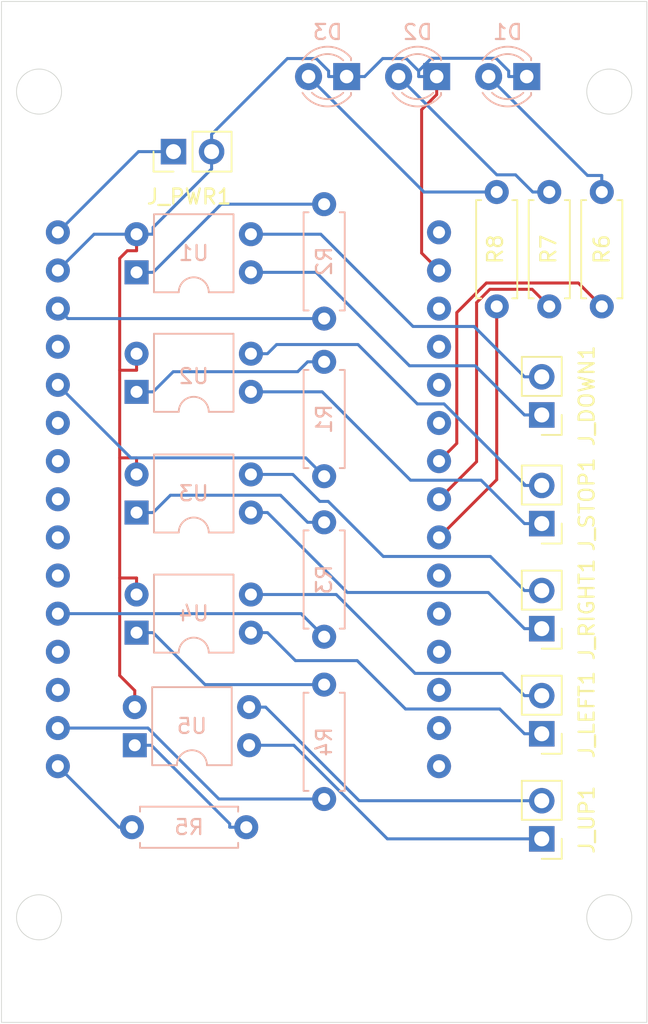
<source format=kicad_pcb>
(kicad_pcb (version 20240108) (generator "pcbnew") (generator_version "8.0")
  (layers (0 "F.Cu" signal) (31 "B.Cu" signal) (34 "B.Paste" user) (35 "F.Paste" user) (36 "B.SilkS" user "B.Silkscreen") (37 "F.SilkS" user "F.Silkscreen") (38 "B.Mask" user) (39 "F.Mask" user) (44 "Edge.Cuts" user))
  (net 0 "")
  (net 1 "Net-(D1-A)")
  (net 2 "Net-(D2-A)")
  (net 3 "Net-(D3-A)")
  (net 4 "PWR")
  (net 5 "Net-(J_DOWN1-Pin_1)")
  (net 6 "Net-(J_DOWN1-Pin_2)")
  (net 7 "Net-(J_LEFT1-Pin_1)")
  (net 8 "Net-(J_LEFT1-Pin_2)")
  (net 9 "GND")
  (net 10 "Net-(J_RIGHT1-Pin_1)")
  (net 11 "Net-(J_RIGHT1-Pin_2)")
  (net 12 "Net-(J_STOP1-Pin_1)")
  (net 13 "Net-(J_STOP1-Pin_2)")
  (net 14 "Net-(J_UP1-Pin_2)")
  (net 15 "Net-(J_UP1-Pin_1)")
  (net 16 "Net-(R1-Pad2)")
  (net 17 "BTN_STOP")
  (net 18 "BTN_DOWN")
  (net 19 "Net-(R2-Pad2)")
  (net 20 "BTN_RIGHT")
  (net 21 "Net-(R3-Pad2)")
  (net 22 "BTN_LEFT")
  (net 23 "Net-(R4-Pad2)")
  (net 24 "Net-(R5-Pad2)")
  (net 25 "BTN_UP")
  (net 26 "LED_PUBSUB")
  (net 27 "LED_WIFI")
  (net 28 "LED_LOADING")
  (footprint "Connector_PinHeader_2.54mm:PinHeader_1x02_P2.54mm_Vertical" (layer "F.Cu") (at 166.5 117.275 180)
    (property "Reference" "J_LEFT1" (at -3 1.275 90) (layer "F.SilkS"))
    (property "Value" "Conn_01x02_Socket" (hide yes))
    (fp_line (start 1.33 1.27) (end 1.33 3.87) (stroke (width 0.12)) (layer "F.SilkS"))
    (fp_line (start -1.33 3.87) (end 1.33 3.87) (stroke (width 0.12)) (layer "F.SilkS"))
    (fp_line (start -1.33 1.27) (end 1.33 1.27) (stroke (width 0.12)) (layer "F.SilkS"))
    (fp_line (start -1.33 1.27) (end -1.33 3.87) (stroke (width 0.12)) (layer "F.SilkS"))
    (fp_line (start -1.33 0) (end -1.33 -1.33) (stroke (width 0.12)) (layer "F.SilkS"))
    (fp_line (start -1.33 -1.33) (end 0 -1.33) (stroke (width 0.12)) (layer "F.SilkS"))
    (pad "1" thru_hole rect (at 0 0 180) (size 1.7 1.7) (drill 1) (layers "*.Cu" "*.Mask") (net 7 "Net-(J_LEFT1-Pin_1)"))
    (pad "2" thru_hole oval (at 0 2.54 180) (size 1.7 1.7) (drill 1) (layers "*.Cu" "*.Mask") (net 8 "Net-(J_LEFT1-Pin_2)"))
  )
  (footprint "Resistor_THT:R_Axial_DIN0207_L6.3mm_D2.5mm_P7.62mm_Horizontal" (layer "F.Cu") (at 163.5 88.81 90)
    (property "Reference" "R8" (at 3.81 -0.1 90) (layer "F.SilkS"))
    (property "Value" "320" (hide yes))
    (fp_line (start 7.08 -1.37) (end 7.08 -1.04) (stroke (width 0.12)) (layer "F.SilkS"))
    (fp_line (start 0.54 -1.37) (end 7.08 -1.37) (stroke (width 0.12)) (layer "F.SilkS"))
    (fp_line (start 0.54 -1.04) (end 0.54 -1.37) (stroke (width 0.12)) (layer "F.SilkS"))
    (fp_line (start 0.54 1.04) (end 0.54 1.37) (stroke (width 0.12)) (layer "F.SilkS"))
    (fp_line (start 7.08 1.37) (end 7.08 1.04) (stroke (width 0.12)) (layer "F.SilkS"))
    (fp_line (start 0.54 1.37) (end 7.08 1.37) (stroke (width 0.12)) (layer "F.SilkS"))
    (pad "1" thru_hole circle (at 0 0 90) (size 1.6 1.6) (drill 0.8) (layers "*.Cu" "*.Mask") (net 28 "LED_LOADING"))
    (pad "2" thru_hole oval (at 7.62 0 90) (size 1.6 1.6) (drill 0.8) (layers "*.Cu" "*.Mask") (net 3 "Net-(D3-A)"))
  )
  (footprint "Connector_PinHeader_2.54mm:PinHeader_1x02_P2.54mm_Vertical" (layer "F.Cu") (at 166.5 124.275 180)
    (property "Reference" "J_UP1" (at -3 1.275 90) (layer "F.SilkS"))
    (property "Value" "Conn_01x02_Socket" (hide yes))
    (fp_line (start 1.33 1.27) (end 1.33 3.87) (stroke (width 0.12)) (layer "F.SilkS"))
    (fp_line (start -1.33 3.87) (end 1.33 3.87) (stroke (width 0.12)) (layer "F.SilkS"))
    (fp_line (start -1.33 1.27) (end 1.33 1.27) (stroke (width 0.12)) (layer "F.SilkS"))
    (fp_line (start -1.33 1.27) (end -1.33 3.87) (stroke (width 0.12)) (layer "F.SilkS"))
    (fp_line (start -1.33 0) (end -1.33 -1.33) (stroke (width 0.12)) (layer "F.SilkS"))
    (fp_line (start -1.33 -1.33) (end 0 -1.33) (stroke (width 0.12)) (layer "F.SilkS"))
    (pad "1" thru_hole rect (at 0 0 180) (size 1.7 1.7) (drill 1) (layers "*.Cu" "*.Mask") (net 15 "Net-(J_UP1-Pin_1)"))
    (pad "2" thru_hole oval (at 0 2.54 180) (size 1.7 1.7) (drill 1) (layers "*.Cu" "*.Mask") (net 14 "Net-(J_UP1-Pin_2)"))
  )
  (footprint "Connector:ESP_32_DevKit_30" (layer "F.Cu") (at 134.255 83.875)
    (property "Reference" "ESP32_30_pins1" (hide yes))
    (property "Value" "~" (hide yes))
    (pad "3v3" thru_hole circle (at 0 0) (size 1.6 1.6) (drill 0.8) (layers "*.Cu" "*.Mask") (net 4 "PWR"))
    (pad "D2" thru_hole circle (at 0 7.62) (size 1.6 1.6) (drill 0.8) (layers "*.Cu" "*.Mask"))
    (pad "D4" thru_hole circle (at 0 10.16) (size 1.6 1.6) (drill 0.8) (layers "*.Cu" "*.Mask") (net 17 "BTN_STOP"))
    (pad "D5" thru_hole circle (at 0 17.78) (size 1.6 1.6) (drill 0.8) (layers "*.Cu" "*.Mask"))
    (pad "D12" thru_hole circle (at 25.4 7.62) (size 1.6 1.6) (drill 0.8) (layers "*.Cu" "*.Mask"))
    (pad "D13" thru_hole circle (at 25.4 5.08) (size 1.6 1.6) (drill 0.8) (layers "*.Cu" "*.Mask"))
    (pad "D14" thru_hole circle (at 25.4 10.16) (size 1.6 1.6) (drill 0.8) (layers "*.Cu" "*.Mask"))
    (pad "D15" thru_hole circle (at 0 5.08) (size 1.6 1.6) (drill 0.8) (layers "*.Cu" "*.Mask") (net 18 "BTN_DOWN"))
    (pad "D18" thru_hole circle (at 0 20.32) (size 1.6 1.6) (drill 0.8) (layers "*.Cu" "*.Mask"))
    (pad "D19" thru_hole circle (at 0 22.86) (size 1.6 1.6) (drill 0.8) (layers "*.Cu" "*.Mask"))
    (pad "D21" thru_hole circle (at 0 25.4) (size 1.6 1.6) (drill 0.8) (layers "*.Cu" "*.Mask") (net 20 "BTN_RIGHT"))
    (pad "D22" thru_hole circle (at 0 33.02) (size 1.6 1.6) (drill 0.8) (layers "*.Cu" "*.Mask") (net 22 "BTN_LEFT"))
    (pad "D23" thru_hole circle (at 0 35.56) (size 1.6 1.6) (drill 0.8) (layers "*.Cu" "*.Mask") (net 25 "BTN_UP"))
    (pad "D25" thru_hole circle (at 25.4 17.78) (size 1.6 1.6) (drill 0.8) (layers "*.Cu" "*.Mask") (net 27 "LED_WIFI"))
    (pad "D26" thru_hole circle (at 25.4 15.24) (size 1.6 1.6) (drill 0.8) (layers "*.Cu" "*.Mask") (net 26 "LED_PUBSUB"))
    (pad "D27" thru_hole circle (at 25.4 12.7) (size 1.6 1.6) (drill 0.8) (layers "*.Cu" "*.Mask"))
    (pad "D32" thru_hole circle (at 25.4 22.86) (size 1.6 1.6) (drill 0.8) (layers "*.Cu" "*.Mask"))
    (pad "D33" thru_hole circle (at 25.4 20.32) (size 1.6 1.6) (drill 0.8) (layers "*.Cu" "*.Mask") (net 28 "LED_LOADING"))
    (pad "D34" thru_hole circle (at 25.4 27.94) (size 1.6 1.6) (drill 0.8) (layers "*.Cu" "*.Mask"))
    (pad "D35" thru_hole circle (at 25.4 25.4) (size 1.6 1.6) (drill 0.8) (layers "*.Cu" "*.Mask"))
    (pad "EN" thru_hole circle (at 25.4 35.56) (size 1.6 1.6) (drill 0.8) (layers "*.Cu" "*.Mask"))
    (pad "GND" thru_hole circle (at 0 2.54) (size 1.6 1.6) (drill 0.8) (layers "*.Cu" "*.Mask") (net 9 "GND"))
    (pad "GND" thru_hole circle (at 25.4 2.54) (size 1.6 1.6) (drill 0.8) (layers "*.Cu" "*.Mask") (net 9 "GND"))
    (pad "RX0" thru_hole circle (at 0 27.94) (size 1.6 1.6) (drill 0.8) (layers "*.Cu" "*.Mask"))
    (pad "RX2" thru_hole circle (at 0 12.7) (size 1.6 1.6) (drill 0.8) (layers "*.Cu" "*.Mask"))
    (pad "TX0" thru_hole circle (at 0 30.48) (size 1.6 1.6) (drill 0.8) (layers "*.Cu" "*.Mask"))
    (pad "TX2" thru_hole circle (at 0 15.24) (size 1.6 1.6) (drill 0.8) (layers "*.Cu" "*.Mask"))
    (pad "VIN" thru_hole circle (at 25.4 0) (size 1.6 1.6) (drill 0.8) (layers "*.Cu" "*.Mask"))
    (pad "VN" thru_hole circle (at 25.4 30.48) (size 1.6 1.6) (drill 0.8) (layers "*.Cu" "*.Mask"))
    (pad "VUP" thru_hole circle (at 25.4 33.02) (size 1.6 1.6) (drill 0.8) (layers "*.Cu" "*.Mask"))
  )
  (footprint "Connector_PinHeader_2.54mm:PinHeader_1x02_P2.54mm_Vertical" (layer "F.Cu") (at 166.5 110.275 180)
    (property "Reference" "J_RIGHT1" (at -3 1.275 90) (layer "F.SilkS"))
    (property "Value" "Conn_01x02_Socket" (hide yes))
    (fp_line (start 1.33 1.27) (end 1.33 3.87) (stroke (width 0.12)) (layer "F.SilkS"))
    (fp_line (start -1.33 3.87) (end 1.33 3.87) (stroke (width 0.12)) (layer "F.SilkS"))
    (fp_line (start -1.33 1.27) (end 1.33 1.27) (stroke (width 0.12)) (layer "F.SilkS"))
    (fp_line (start -1.33 1.27) (end -1.33 3.87) (stroke (width 0.12)) (layer "F.SilkS"))
    (fp_line (start -1.33 0) (end -1.33 -1.33) (stroke (width 0.12)) (layer "F.SilkS"))
    (fp_line (start -1.33 -1.33) (end 0 -1.33) (stroke (width 0.12)) (layer "F.SilkS"))
    (pad "1" thru_hole rect (at 0 0 180) (size 1.7 1.7) (drill 1) (layers "*.Cu" "*.Mask") (net 10 "Net-(J_RIGHT1-Pin_1)"))
    (pad "2" thru_hole oval (at 0 2.54 180) (size 1.7 1.7) (drill 1) (layers "*.Cu" "*.Mask") (net 11 "Net-(J_RIGHT1-Pin_2)"))
  )
  (footprint "Connector_PinHeader_2.54mm:PinHeader_1x02_P2.54mm_Vertical" (layer "F.Cu") (at 166.5 96.04 180)
    (property "Reference" "J_DOWN1" (at -3 1.275 90) (layer "F.SilkS"))
    (property "Value" "Conn_01x02_Socket" (hide yes))
    (fp_line (start 1.33 1.27) (end 1.33 3.87) (stroke (width 0.12)) (layer "F.SilkS"))
    (fp_line (start -1.33 3.87) (end 1.33 3.87) (stroke (width 0.12)) (layer "F.SilkS"))
    (fp_line (start -1.33 1.27) (end 1.33 1.27) (stroke (width 0.12)) (layer "F.SilkS"))
    (fp_line (start -1.33 1.27) (end -1.33 3.87) (stroke (width 0.12)) (layer "F.SilkS"))
    (fp_line (start -1.33 0) (end -1.33 -1.33) (stroke (width 0.12)) (layer "F.SilkS"))
    (fp_line (start -1.33 -1.33) (end 0 -1.33) (stroke (width 0.12)) (layer "F.SilkS"))
    (pad "1" thru_hole rect (at 0 0 180) (size 1.7 1.7) (drill 1) (layers "*.Cu" "*.Mask") (net 5 "Net-(J_DOWN1-Pin_1)"))
    (pad "2" thru_hole oval (at 0 2.54 180) (size 1.7 1.7) (drill 1) (layers "*.Cu" "*.Mask") (net 6 "Net-(J_DOWN1-Pin_2)"))
  )
  (footprint "Connector_PinHeader_2.54mm:PinHeader_1x02_P2.54mm_Vertical" (layer "F.Cu") (at 141.96 78.5 90)
    (property "Reference" "J_PWR1" (at -3 1.04 180) (layer "F.SilkS"))
    (property "Value" "Conn_01x02_Socket" (hide yes))
    (fp_line (start -1.33 -1.33) (end 0 -1.33) (stroke (width 0.12)) (layer "F.SilkS"))
    (fp_line (start -1.33 0) (end -1.33 -1.33) (stroke (width 0.12)) (layer "F.SilkS"))
    (fp_line (start 1.33 1.27) (end 1.33 3.87) (stroke (width 0.12)) (layer "F.SilkS"))
    (fp_line (start -1.33 1.27) (end 1.33 1.27) (stroke (width 0.12)) (layer "F.SilkS"))
    (fp_line (start -1.33 1.27) (end -1.33 3.87) (stroke (width 0.12)) (layer "F.SilkS"))
    (fp_line (start -1.33 3.87) (end 1.33 3.87) (stroke (width 0.12)) (layer "F.SilkS"))
    (pad "1" thru_hole rect (at 0 0 90) (size 1.7 1.7) (drill 1) (layers "*.Cu" "*.Mask") (net 4 "PWR"))
    (pad "2" thru_hole oval (at 0 2.54 90) (size 1.7 1.7) (drill 1) (layers "*.Cu" "*.Mask") (net 9 "GND"))
  )
  (footprint "Resistor_THT:R_Axial_DIN0207_L6.3mm_D2.5mm_P7.62mm_Horizontal" (layer "F.Cu") (at 170.5 88.81 90)
    (property "Reference" "R6" (at 3.81 0 90) (layer "F.SilkS"))
    (property "Value" "320" (hide yes))
    (fp_line (start 7.08 -1.37) (end 7.08 -1.04) (stroke (width 0.12)) (layer "F.SilkS"))
    (fp_line (start 0.54 -1.37) (end 7.08 -1.37) (stroke (width 0.12)) (layer "F.SilkS"))
    (fp_line (start 0.54 -1.04) (end 0.54 -1.37) (stroke (width 0.12)) (layer "F.SilkS"))
    (fp_line (start 0.54 1.04) (end 0.54 1.37) (stroke (width 0.12)) (layer "F.SilkS"))
    (fp_line (start 7.08 1.37) (end 7.08 1.04) (stroke (width 0.12)) (layer "F.SilkS"))
    (fp_line (start 0.54 1.37) (end 7.08 1.37) (stroke (width 0.12)) (layer "F.SilkS"))
    (pad "1" thru_hole circle (at 0 0 90) (size 1.6 1.6) (drill 0.8) (layers "*.Cu" "*.Mask") (net 26 "LED_PUBSUB"))
    (pad "2" thru_hole oval (at 7.62 0 90) (size 1.6 1.6) (drill 0.8) (layers "*.Cu" "*.Mask") (net 1 "Net-(D1-A)"))
  )
  (footprint "Connector_PinHeader_2.54mm:PinHeader_1x02_P2.54mm_Vertical" (layer "F.Cu") (at 166.5 103.275 180)
    (property "Reference" "J_STOP1" (at -3 1.275 90) (layer "F.SilkS"))
    (property "Value" "Conn_01x02_Socket" (hide yes))
    (fp_line (start 1.33 1.27) (end 1.33 3.87) (stroke (width 0.12)) (layer "F.SilkS"))
    (fp_line (start -1.33 3.87) (end 1.33 3.87) (stroke (width 0.12)) (layer "F.SilkS"))
    (fp_line (start -1.33 1.27) (end 1.33 1.27) (stroke (width 0.12)) (layer "F.SilkS"))
    (fp_line (start -1.33 1.27) (end -1.33 3.87) (stroke (width 0.12)) (layer "F.SilkS"))
    (fp_line (start -1.33 0) (end -1.33 -1.33) (stroke (width 0.12)) (layer "F.SilkS"))
    (fp_line (start -1.33 -1.33) (end 0 -1.33) (stroke (width 0.12)) (layer "F.SilkS"))
    (pad "1" thru_hole rect (at 0 0 180) (size 1.7 1.7) (drill 1) (layers "*.Cu" "*.Mask") (net 12 "Net-(J_STOP1-Pin_1)"))
    (pad "2" thru_hole oval (at 0 2.54 180) (size 1.7 1.7) (drill 1) (layers "*.Cu" "*.Mask") (net 13 "Net-(J_STOP1-Pin_2)"))
  )
  (footprint "Resistor_THT:R_Axial_DIN0207_L6.3mm_D2.5mm_P7.62mm_Horizontal" (layer "F.Cu") (at 167 88.81 90)
    (property "Reference" "R7" (at 3.81 -0.05 90) (layer "F.SilkS"))
    (property "Value" "320" (hide yes))
    (fp_line (start 7.08 -1.37) (end 7.08 -1.04) (stroke (width 0.12)) (layer "F.SilkS"))
    (fp_line (start 0.54 -1.37) (end 7.08 -1.37) (stroke (width 0.12)) (layer "F.SilkS"))
    (fp_line (start 0.54 -1.04) (end 0.54 -1.37) (stroke (width 0.12)) (layer "F.SilkS"))
    (fp_line (start 0.54 1.04) (end 0.54 1.37) (stroke (width 0.12)) (layer "F.SilkS"))
    (fp_line (start 7.08 1.37) (end 7.08 1.04) (stroke (width 0.12)) (layer "F.SilkS"))
    (fp_line (start 0.54 1.37) (end 7.08 1.37) (stroke (width 0.12)) (layer "F.SilkS"))
    (pad "1" thru_hole circle (at 0 0 90) (size 1.6 1.6) (drill 0.8) (layers "*.Cu" "*.Mask") (net 27 "LED_WIFI"))
    (pad "2" thru_hole oval (at 7.62 0 90) (size 1.6 1.6) (drill 0.8) (layers "*.Cu" "*.Mask") (net 2 "Net-(D2-A)"))
  )
  (footprint "Resistor_THT:R_Axial_DIN0207_L6.3mm_D2.5mm_P7.62mm_Horizontal" (layer "B.Cu") (at 139.19 123.5)
    (property "Reference" "R5" (at 3.81 0 0) (layer "B.SilkS") (effects (justify mirror)))
    (property "Value" "1K")
    (fp_line (start 0.54 -1.37) (end 0.54 -1.04) (stroke (width 0.12)) (layer "B.SilkS"))
    (fp_line (start 0.54 1.37) (end 0.54 1.04) (stroke (width 0.12)) (layer "B.SilkS"))
    (fp_line (start 7.08 -1.37) (end 0.54 -1.37) (stroke (width 0.12)) (layer "B.SilkS"))
    (fp_line (start 7.08 -1.04) (end 7.08 -1.37) (stroke (width 0.12)) (layer "B.SilkS"))
    (fp_line (start 7.08 1.04) (end 7.08 1.37) (stroke (width 0.12)) (layer "B.SilkS"))
    (fp_line (start 7.08 1.37) (end 0.54 1.37) (stroke (width 0.12)) (layer "B.SilkS"))
    (pad "1" thru_hole circle (at 0 0) (size 1.6 1.6) (drill 0.8) (layers "*.Cu" "*.Mask") (net 25 "BTN_UP"))
    (pad "2" thru_hole oval (at 7.62 0) (size 1.6 1.6) (drill 0.8) (layers "*.Cu" "*.Mask") (net 24 "Net-(R5-Pad2)"))
  )
  (footprint "LED_THT:LED_D3.0mm" (layer "B.Cu") (at 165.5 73.5 180)
    (property "Reference" "D1" (at 1.27 2.96 0) (layer "B.SilkS") (effects (justify mirror)))
    (property "Value" "LED")
    (fp_line (start -0.29 1.08) (end -0.29 1.236) (stroke (width 0.12)) (layer "B.SilkS"))
    (fp_line (start -0.29 -1.236) (end -0.29 -1.08) (stroke (width 0.12)) (layer "B.SilkS"))
    (fp_arc (start 2.942335 1.078608) (mid 1.366487 1.987659) (end -0.29 1.235516) (stroke (width 0.12)) (layer "B.SilkS"))
    (fp_arc (start 2.31113 1.079837) (mid 1.270117 1.5) (end 0.229039 1.08) (stroke (width 0.12)) (layer "B.SilkS"))
    (fp_arc (start 0.229039 -1.08) (mid 1.270117 -1.5) (end 2.31113 -1.079837) (stroke (width 0.12)) (layer "B.SilkS"))
    (fp_arc (start -0.29 -1.235516) (mid 1.366487 -1.987659) (end 2.942335 -1.078608) (stroke (width 0.12)) (layer "B.SilkS"))
    (pad "1" thru_hole rect (at 0 0 180) (size 1.8 1.8) (drill 0.9) (layers "*.Cu" "*.Mask") (net 9 "GND"))
    (pad "2" thru_hole circle (at 2.54 0 180) (size 1.8 1.8) (drill 0.9) (layers "*.Cu" "*.Mask") (net 1 "Net-(D1-A)"))
  )
  (footprint "Resistor_THT:R_Axial_DIN0207_L6.3mm_D2.5mm_P7.62mm_Horizontal" (layer "B.Cu") (at 152 89.62 90)
    (property "Reference" "R2" (at 3.81 0 90) (layer "B.SilkS") (effects (justify mirror)))
    (property "Value" "1K")
    (fp_line (start 7.08 -1.37) (end 0.54 -1.37) (stroke (width 0.12)) (layer "B.SilkS"))
    (fp_line (start 0.54 -1.37) (end 0.54 -1.04) (stroke (width 0.12)) (layer "B.SilkS"))
    (fp_line (start 7.08 -1.04) (end 7.08 -1.37) (stroke (width 0.12)) (layer "B.SilkS"))
    (fp_line (start 7.08 1.04) (end 7.08 1.37) (stroke (width 0.12)) (layer "B.SilkS"))
    (fp_line (start 7.08 1.37) (end 0.54 1.37) (stroke (width 0.12)) (layer "B.SilkS"))
    (fp_line (start 0.54 1.37) (end 0.54 1.04) (stroke (width 0.12)) (layer "B.SilkS"))
    (pad "1" thru_hole circle (at 0 0 90) (size 1.6 1.6) (drill 0.8) (layers "*.Cu" "*.Mask") (net 18 "BTN_DOWN"))
    (pad "2" thru_hole oval (at 7.62 0 90) (size 1.6 1.6) (drill 0.8) (layers "*.Cu" "*.Mask") (net 19 "Net-(R2-Pad2)"))
  )
  (footprint "Resistor_THT:R_Axial_DIN0207_L6.3mm_D2.5mm_P7.62mm_Horizontal" (layer "B.Cu") (at 152 121.62 90)
    (property "Reference" "R4" (at 3.81 0 90) (layer "B.SilkS") (effects (justify mirror)))
    (property "Value" "1K")
    (fp_line (start 7.08 -1.37) (end 0.54 -1.37) (stroke (width 0.12)) (layer "B.SilkS"))
    (fp_line (start 0.54 -1.37) (end 0.54 -1.04) (stroke (width 0.12)) (layer "B.SilkS"))
    (fp_line (start 7.08 -1.04) (end 7.08 -1.37) (stroke (width 0.12)) (layer "B.SilkS"))
    (fp_line (start 7.08 1.04) (end 7.08 1.37) (stroke (width 0.12)) (layer "B.SilkS"))
    (fp_line (start 7.08 1.37) (end 0.54 1.37) (stroke (width 0.12)) (layer "B.SilkS"))
    (fp_line (start 0.54 1.37) (end 0.54 1.04) (stroke (width 0.12)) (layer "B.SilkS"))
    (pad "1" thru_hole circle (at 0 0 90) (size 1.6 1.6) (drill 0.8) (layers "*.Cu" "*.Mask") (net 22 "BTN_LEFT"))
    (pad "2" thru_hole oval (at 7.62 0 90) (size 1.6 1.6) (drill 0.8) (layers "*.Cu" "*.Mask") (net 23 "Net-(R4-Pad2)"))
  )
  (footprint "Package_DIP:DIP-4_W7.62mm" (layer "B.Cu") (at 139.38 118.04)
    (property "Reference" "U5" (at 3.81 -1.275 0) (layer "B.SilkS") (effects (justify mirror)))
    (property "Value" "PC817")
    (fp_line (start 1.16 -3.87) (end 1.16 1.33) (stroke (width 0.12)) (layer "B.SilkS"))
    (fp_line (start 1.16 1.33) (end 2.81 1.33) (stroke (width 0.12)) (layer "B.SilkS"))
    (fp_line (start 4.81 1.33) (end 6.46 1.33) (stroke (width 0.12)) (layer "B.SilkS"))
    (fp_line (start 6.46 -3.87) (end 1.16 -3.87) (stroke (width 0.12)) (layer "B.SilkS"))
    (fp_line (start 6.46 1.33) (end 6.46 -3.87) (stroke (width 0.12)) (layer "B.SilkS"))
    (fp_arc (start 2.81 1.33) (mid 3.81 0.33) (end 4.81 1.33) (stroke (width 0.12)) (layer "B.SilkS"))
    (pad "1" thru_hole rect (at 0 0) (size 1.6 1.6) (drill 0.8) (layers "*.Cu" "*.Mask") (net 24 "Net-(R5-Pad2)"))
    (pad "2" thru_hole oval (at 0 -2.54) (size 1.6 1.6) (drill 0.8) (layers "*.Cu" "*.Mask") (net 9 "GND"))
    (pad "3" thru_hole oval (at 7.62 -2.54) (size 1.6 1.6) (drill 0.8) (layers "*.Cu" "*.Mask") (net 14 "Net-(J_UP1-Pin_2)"))
    (pad "4" thru_hole oval (at 7.62 0) (size 1.6 1.6) (drill 0.8) (layers "*.Cu" "*.Mask") (net 15 "Net-(J_UP1-Pin_1)"))
  )
  (footprint "LED_THT:LED_D3.0mm" (layer "B.Cu") (at 159.5 73.5 180)
    (property "Reference" "D2" (at 1.27 2.96 0) (layer "B.SilkS") (effects (justify mirror)))
    (property "Value" "LED")
    (fp_line (start -0.29 1.08) (end -0.29 1.236) (stroke (width 0.12)) (layer "B.SilkS"))
    (fp_line (start -0.29 -1.236) (end -0.29 -1.08) (stroke (width 0.12)) (layer "B.SilkS"))
    (fp_arc (start 2.942335 1.078608) (mid 1.366487 1.987659) (end -0.29 1.235516) (stroke (width 0.12)) (layer "B.SilkS"))
    (fp_arc (start 2.31113 1.079837) (mid 1.270117 1.5) (end 0.229039 1.08) (stroke (width 0.12)) (layer "B.SilkS"))
    (fp_arc (start 0.229039 -1.08) (mid 1.270117 -1.5) (end 2.31113 -1.079837) (stroke (width 0.12)) (layer "B.SilkS"))
    (fp_arc (start -0.29 -1.235516) (mid 1.366487 -1.987659) (end 2.942335 -1.078608) (stroke (width 0.12)) (layer "B.SilkS"))
    (pad "1" thru_hole rect (at 0 0 180) (size 1.8 1.8) (drill 0.9) (layers "*.Cu" "*.Mask") (net 9 "GND"))
    (pad "2" thru_hole circle (at 2.54 0 180) (size 1.8 1.8) (drill 0.9) (layers "*.Cu" "*.Mask") (net 2 "Net-(D2-A)"))
  )
  (footprint "Package_DIP:DIP-4_W7.62mm" (layer "B.Cu") (at 139.5 94.5)
    (property "Reference" "U2" (at 3.81 -1.04 0) (layer "B.SilkS") (effects (justify mirror)))
    (property "Value" "PC817")
    (fp_line (start 1.16 -3.87) (end 1.16 1.33) (stroke (width 0.12)) (layer "B.SilkS"))
    (fp_line (start 1.16 1.33) (end 2.81 1.33) (stroke (width 0.12)) (layer "B.SilkS"))
    (fp_line (start 4.81 1.33) (end 6.46 1.33) (stroke (width 0.12)) (layer "B.SilkS"))
    (fp_line (start 6.46 -3.87) (end 1.16 -3.87) (stroke (width 0.12)) (layer "B.SilkS"))
    (fp_line (start 6.46 1.33) (end 6.46 -3.87) (stroke (width 0.12)) (layer "B.SilkS"))
    (fp_arc (start 2.81 1.33) (mid 3.81 0.33) (end 4.81 1.33) (stroke (width 0.12)) (layer "B.SilkS"))
    (pad "1" thru_hole rect (at 0 0) (size 1.6 1.6) (drill 0.8) (layers "*.Cu" "*.Mask") (net 16 "Net-(R1-Pad2)"))
    (pad "2" thru_hole oval (at 0 -2.54) (size 1.6 1.6) (drill 0.8) (layers "*.Cu" "*.Mask") (net 9 "GND"))
    (pad "3" thru_hole oval (at 7.62 -2.54) (size 1.6 1.6) (drill 0.8) (layers "*.Cu" "*.Mask") (net 13 "Net-(J_STOP1-Pin_2)"))
    (pad "4" thru_hole oval (at 7.62 0) (size 1.6 1.6) (drill 0.8) (layers "*.Cu" "*.Mask") (net 12 "Net-(J_STOP1-Pin_1)"))
  )
  (footprint "LED_THT:LED_D3.0mm" (layer "B.Cu") (at 153.5 73.5 180)
    (property "Reference" "D3" (at 1.27 2.96 0) (layer "B.SilkS") (effects (justify mirror)))
    (property "Value" "LED")
    (fp_line (start -0.29 1.08) (end -0.29 1.236) (stroke (width 0.12)) (layer "B.SilkS"))
    (fp_line (start -0.29 -1.236) (end -0.29 -1.08) (stroke (width 0.12)) (layer "B.SilkS"))
    (fp_arc (start 2.942335 1.078608) (mid 1.366487 1.987659) (end -0.29 1.235516) (stroke (width 0.12)) (layer "B.SilkS"))
    (fp_arc (start 2.31113 1.079837) (mid 1.270117 1.5) (end 0.229039 1.08) (stroke (width 0.12)) (layer "B.SilkS"))
    (fp_arc (start 0.229039 -1.08) (mid 1.270117 -1.5) (end 2.31113 -1.079837) (stroke (width 0.12)) (layer "B.SilkS"))
    (fp_arc (start -0.29 -1.235516) (mid 1.366487 -1.987659) (end 2.942335 -1.078608) (stroke (width 0.12)) (layer "B.SilkS"))
    (pad "1" thru_hole rect (at 0 0 180) (size 1.8 1.8) (drill 0.9) (layers "*.Cu" "*.Mask") (net 9 "GND"))
    (pad "2" thru_hole circle (at 2.54 0 180) (size 1.8 1.8) (drill 0.9) (layers "*.Cu" "*.Mask") (net 3 "Net-(D3-A)"))
  )
  (footprint "Package_DIP:DIP-4_W7.62mm" (layer "B.Cu") (at 139.5 110.54)
    (property "Reference" "U4" (at 3.81 -1.275 0) (layer "B.SilkS") (effects (justify mirror)))
    (property "Value" "PC817")
    (fp_line (start 1.16 -3.87) (end 1.16 1.33) (stroke (width 0.12)) (layer "B.SilkS"))
    (fp_line (start 1.16 1.33) (end 2.81 1.33) (stroke (width 0.12)) (layer "B.SilkS"))
    (fp_line (start 4.81 1.33) (end 6.46 1.33) (stroke (width 0.12)) (layer "B.SilkS"))
    (fp_line (start 6.46 -3.87) (end 1.16 -3.87) (stroke (width 0.12)) (layer "B.SilkS"))
    (fp_line (start 6.46 1.33) (end 6.46 -3.87) (stroke (width 0.12)) (layer "B.SilkS"))
    (fp_arc (start 2.81 1.33) (mid 3.81 0.33) (end 4.81 1.33) (stroke (width 0.12)) (layer "B.SilkS"))
    (pad "1" thru_hole rect (at 0 0) (size 1.6 1.6) (drill 0.8) (layers "*.Cu" "*.Mask") (net 23 "Net-(R4-Pad2)"))
    (pad "2" thru_hole oval (at 0 -2.54) (size 1.6 1.6) (drill 0.8) (layers "*.Cu" "*.Mask") (net 9 "GND"))
    (pad "3" thru_hole oval (at 7.62 -2.54) (size 1.6 1.6) (drill 0.8) (layers "*.Cu" "*.Mask") (net 8 "Net-(J_LEFT1-Pin_2)"))
    (pad "4" thru_hole oval (at 7.62 0) (size 1.6 1.6) (drill 0.8) (layers "*.Cu" "*.Mask") (net 7 "Net-(J_LEFT1-Pin_1)"))
  )
  (footprint "Resistor_THT:R_Axial_DIN0207_L6.3mm_D2.5mm_P7.62mm_Horizontal" (layer "B.Cu") (at 152 110.81 90)
    (property "Reference" "R3" (at 3.81 0 90) (layer "B.SilkS") (effects (justify mirror)))
    (property "Value" "1K")
    (fp_line (start 7.08 -1.37) (end 0.54 -1.37) (stroke (width 0.12)) (layer "B.SilkS"))
    (fp_line (start 0.54 -1.37) (end 0.54 -1.04) (stroke (width 0.12)) (layer "B.SilkS"))
    (fp_line (start 7.08 -1.04) (end 7.08 -1.37) (stroke (width 0.12)) (layer "B.SilkS"))
    (fp_line (start 7.08 1.04) (end 7.08 1.37) (stroke (width 0.12)) (layer "B.SilkS"))
    (fp_line (start 7.08 1.37) (end 0.54 1.37) (stroke (width 0.12)) (layer "B.SilkS"))
    (fp_line (start 0.54 1.37) (end 0.54 1.04) (stroke (width 0.12)) (layer "B.SilkS"))
    (pad "1" thru_hole circle (at 0 0 90) (size 1.6 1.6) (drill 0.8) (layers "*.Cu" "*.Mask") (net 20 "BTN_RIGHT"))
    (pad "2" thru_hole oval (at 7.62 0 90) (size 1.6 1.6) (drill 0.8) (layers "*.Cu" "*.Mask") (net 21 "Net-(R3-Pad2)"))
  )
  (footprint "Package_DIP:DIP-4_W7.62mm" (layer "B.Cu") (at 139.5 102.54)
    (property "Reference" "U3" (at 3.8 -1.275 0) (layer "B.SilkS") (effects (justify mirror)))
    (property "Value" "PC817")
    (fp_line (start 1.16 -3.87) (end 1.16 1.33) (stroke (width 0.12)) (layer "B.SilkS"))
    (fp_line (start 1.16 1.33) (end 2.81 1.33) (stroke (width 0.12)) (layer "B.SilkS"))
    (fp_line (start 4.81 1.33) (end 6.46 1.33) (stroke (width 0.12)) (layer "B.SilkS"))
    (fp_line (start 6.46 -3.87) (end 1.16 -3.87) (stroke (width 0.12)) (layer "B.SilkS"))
    (fp_line (start 6.46 1.33) (end 6.46 -3.87) (stroke (width 0.12)) (layer "B.SilkS"))
    (fp_arc (start 2.81 1.33) (mid 3.81 0.33) (end 4.81 1.33) (stroke (width 0.12)) (layer "B.SilkS"))
    (pad "1" thru_hole rect (at 0 0) (size 1.6 1.6) (drill 0.8) (layers "*.Cu" "*.Mask") (net 21 "Net-(R3-Pad2)"))
    (pad "2" thru_hole oval (at 0 -2.54) (size 1.6 1.6) (drill 0.8) (layers "*.Cu" "*.Mask") (net 9 "GND"))
    (pad "3" thru_hole oval (at 7.62 -2.54) (size 1.6 1.6) (drill 0.8) (layers "*.Cu" "*.Mask") (net 11 "Net-(J_RIGHT1-Pin_2)"))
    (pad "4" thru_hole oval (at 7.62 0) (size 1.6 1.6) (drill 0.8) (layers "*.Cu" "*.Mask") (net 10 "Net-(J_RIGHT1-Pin_1)"))
  )
  (footprint "Package_DIP:DIP-4_W7.62mm" (layer "B.Cu") (at 139.5 86.54)
    (property "Reference" "U1" (at 3.81 -1.275 0) (layer "B.SilkS") (effects (justify mirror)))
    (property "Value" "PC817")
    (fp_line (start 1.16 -3.87) (end 1.16 1.33) (stroke (width 0.12)) (layer "B.SilkS"))
    (fp_line (start 1.16 1.33) (end 2.81 1.33) (stroke (width 0.12)) (layer "B.SilkS"))
    (fp_line (start 4.81 1.33) (end 6.46 1.33) (stroke (width 0.12)) (layer "B.SilkS"))
    (fp_line (start 6.46 -3.87) (end 1.16 -3.87) (stroke (width 0.12)) (layer "B.SilkS"))
    (fp_line (start 6.46 1.33) (end 6.46 -3.87) (stroke (width 0.12)) (layer "B.SilkS"))
    (fp_arc (start 2.81 1.33) (mid 3.81 0.33) (end 4.81 1.33) (stroke (width 0.12)) (layer "B.SilkS"))
    (pad "1" thru_hole rect (at 0 0) (size 1.6 1.6) (drill 0.8) (layers "*.Cu" "*.Mask") (net 19 "Net-(R2-Pad2)"))
    (pad "2" thru_hole oval (at 0 -2.54) (size 1.6 1.6) (drill 0.8) (layers "*.Cu" "*.Mask") (net 9 "GND"))
    (pad "3" thru_hole oval (at 7.62 -2.54) (size 1.6 1.6) (drill 0.8) (layers "*.Cu" "*.Mask") (net 6 "Net-(J_DOWN1-Pin_2)"))
    (pad "4" thru_hole oval (at 7.62 0) (size 1.6 1.6) (drill 0.8) (layers "*.Cu" "*.Mask") (net 5 "Net-(J_DOWN1-Pin_1)"))
  )
  (footprint "Resistor_THT:R_Axial_DIN0207_L6.3mm_D2.5mm_P7.62mm_Horizontal" (layer "B.Cu") (at 152 100.12 90)
    (property "Reference" "R1" (at 3.81 0 90) (layer "B.SilkS") (effects (justify mirror)))
    (property "Value" "1K")
    (fp_line (start 7.08 -1.37) (end 0.54 -1.37) (stroke (width 0.12)) (layer "B.SilkS"))
    (fp_line (start 0.54 -1.37) (end 0.54 -1.04) (stroke (width 0.12)) (layer "B.SilkS"))
    (fp_line (start 7.08 -1.04) (end 7.08 -1.37) (stroke (width 0.12)) (layer "B.SilkS"))
    (fp_line (start 7.08 1.04) (end 7.08 1.37) (stroke (width 0.12)) (layer "B.SilkS"))
    (fp_line (start 7.08 1.37) (end 0.54 1.37) (stroke (width 0.12)) (layer "B.SilkS"))
    (fp_line (start 0.54 1.37) (end 0.54 1.04) (stroke (width 0.12)) (layer "B.SilkS"))
    (pad "1" thru_hole circle (at 0 0 90) (size 1.6 1.6) (drill 0.8) (layers "*.Cu" "*.Mask") (net 17 "BTN_STOP"))
    (pad "2" thru_hole oval (at 7.62 0 90) (size 1.6 1.6) (drill 0.8) (layers "*.Cu" "*.Mask") (net 16 "Net-(R1-Pad2)"))
  )
  (gr_circle (center 171 74.5) (end 172.5 74.5) (stroke (width 0.05)) (fill none) (layer "Edge.Cuts"))
  (gr_rect (start 130.5 68.5) (end 173.5 136.5) (stroke (width 0.05)) (fill none) (layer "Edge.Cuts"))
  (gr_circle (center 171 129.5) (end 172.5 129.5) (stroke (width 0.05)) (fill none) (layer "Edge.Cuts"))
  (gr_circle (center 133 129.5) (end 134.5 129.5) (stroke (width 0.05)) (fill none) (layer "Edge.Cuts"))
  (gr_circle (center 133 74.5) (end 134.5 74.5) (stroke (width 0.05)) (fill none) (layer "Edge.Cuts"))
  (segment (start 162.96 73.5) (end 169.5483 80.0883) (width 0.2) (layer "B.Cu") (net 1))
  (segment (start 169.5483 80.0883) (end 170.5 80.0883) (width 0.2) (layer "B.Cu") (net 1))
  (segment (start 170.5 81.19) (end 170.5 80.0883) (width 0.2) (layer "B.Cu") (net 1))
  (segment (start 164.7542 80.0459) (end 165.8983 81.19) (width 0.2) (layer "B.Cu") (net 2))
  (segment (start 167 81.19) (end 165.8983 81.19) (width 0.2) (layer "B.Cu") (net 2))
  (segment (start 163.5059 80.0459) (end 164.7542 80.0459) (width 0.2) (layer "B.Cu") (net 2))
  (segment (start 156.96 73.5) (end 163.5059 80.0459) (width 0.2) (layer "B.Cu") (net 2))
  (segment (start 158.65 81.19) (end 163.5 81.19) (width 0.2) (layer "B.Cu") (net 3))
  (segment (start 150.96 73.5) (end 158.65 81.19) (width 0.2) (layer "B.Cu") (net 3))
  (segment (start 141.96 78.5) (end 139.63 78.5) (width 0.2) (layer "B.Cu") (net 4))
  (segment (start 139.63 78.5) (end 134.255 83.875) (width 0.2) (layer "B.Cu") (net 4))
  (segment (start 162.0733 92.765) (end 165.3483 96.04) (width 0.2) (layer "B.Cu") (net 5))
  (segment (start 157.6872 92.765) (end 162.0733 92.765) (width 0.2) (layer "B.Cu") (net 5))
  (segment (start 166.5 96.04) (end 165.3483 96.04) (width 0.2) (layer "B.Cu") (net 5))
  (segment (start 151.4622 86.54) (end 157.6872 92.765) (width 0.2) (layer "B.Cu") (net 5))
  (segment (start 147.12 86.54) (end 151.4622 86.54) (width 0.2) (layer "B.Cu") (net 5))
  (segment (start 166.5 93.5) (end 165.3483 93.5) (width 0.2) (layer "B.Cu") (net 6))
  (segment (start 157.9218 90.1458) (end 161.9941 90.1458) (width 0.2) (layer "B.Cu") (net 6))
  (segment (start 147.12 84) (end 151.776 84) (width 0.2) (layer "B.Cu") (net 6))
  (segment (start 161.9941 90.1458) (end 165.3483 93.5) (width 0.2) (layer "B.Cu") (net 6))
  (segment (start 151.776 84) (end 157.9218 90.1458) (width 0.2) (layer "B.Cu") (net 6))
  (segment (start 166.5 117.275) (end 165.3483 117.275) (width 0.2) (layer "B.Cu") (net 7))
  (segment (start 165.3483 117.275) (end 163.6983 115.625) (width 0.2) (layer "B.Cu") (net 7))
  (segment (start 147.12 110.54) (end 148.2217 110.54) (width 0.2) (layer "B.Cu") (net 7))
  (segment (start 150.0852 112.4035) (end 148.2217 110.54) (width 0.2) (layer "B.Cu") (net 7))
  (segment (start 163.6983 115.625) (end 157.4216 115.625) (width 0.2) (layer "B.Cu") (net 7))
  (segment (start 157.4216 115.625) (end 154.2001 112.4035) (width 0.2) (layer "B.Cu") (net 7))
  (segment (start 154.2001 112.4035) (end 150.0852 112.4035) (width 0.2) (layer "B.Cu") (net 7))
  (segment (start 163.8666 113.2533) (end 165.3483 114.735) (width 0.2) (layer "B.Cu") (net 8))
  (segment (start 152.8044 108) (end 158.0577 113.2533) (width 0.2) (layer "B.Cu") (net 8))
  (segment (start 166.5 114.735) (end 165.3483 114.735) (width 0.2) (layer "B.Cu") (net 8))
  (segment (start 147.12 108) (end 152.8044 108) (width 0.2) (layer "B.Cu") (net 8))
  (segment (start 158.0577 113.2533) (end 163.8666 113.2533) (width 0.2) (layer "B.Cu") (net 8))
  (segment (start 138.8821 85.1017) (end 139.5 85.1017) (width 0.2) (layer "F.Cu") (net 9))
  (segment (start 139.5 91.96) (end 139.5 93.0617) (width 0.2) (layer "F.Cu") (net 9))
  (segment (start 139.5 98.8983) (end 138.3761 98.8983) (width 0.2) (layer "F.Cu") (net 9))
  (segment (start 138.3761 106.8983) (end 138.3761 113.3944) (width 0.2) (layer "F.Cu") (net 9))
  (segment (start 159.5 73.5) (end 159.5 74.7017) (width 0.2) (layer "F.Cu") (net 9))
  (segment (start 139.38 115.5) (end 139.38 114.3983) (width 0.2) (layer "F.Cu") (net 9))
  (segment (start 158.4951 85.2551) (end 158.4951 75.7066) (width 0.2) (layer "F.Cu") (net 9))
  (segment (start 138.3761 98.8983) (end 138.3761 106.8983) (width 0.2) (layer "F.Cu") (net 9))
  (segment (start 158.4951 75.7066) (end 159.5 74.7017) (width 0.2) (layer "F.Cu") (net 9))
  (segment (start 139.5 106.8983) (end 138.3761 106.8983) (width 0.2) (layer "F.Cu") (net 9))
  (segment (start 139.5 84) (end 139.5 85.1017) (width 0.2) (layer "F.Cu") (net 9))
  (segment (start 138.3761 98.8983) (end 138.3761 93.0617) (width 0.2) (layer "F.Cu") (net 9))
  (segment (start 138.3761 93.0617) (end 139.5 93.0617) (width 0.2) (layer "F.Cu") (net 9))
  (segment (start 138.3761 113.3944) (end 139.38 114.3983) (width 0.2) (layer "F.Cu") (net 9))
  (segment (start 138.3761 93.0617) (end 138.3761 85.6077) (width 0.2) (layer "F.Cu") (net 9))
  (segment (start 138.3761 85.6077) (end 138.8821 85.1017) (width 0.2) (layer "F.Cu") (net 9))
  (segment (start 139.5 100) (end 139.5 98.8983) (width 0.2) (layer "F.Cu") (net 9))
  (segment (start 159.655 86.415) (end 158.4951 85.2551) (width 0.2) (layer "F.Cu") (net 9))
  (segment (start 139.5 108) (end 139.5 106.8983) (width 0.2) (layer "F.Cu") (net 9))
  (segment (start 164.2983 73.1245) (end 163.456 72.2822) (width 0.2) (layer "B.Cu") (net 9))
  (segment (start 158.2983 73.1245) (end 157.4721 72.2983) (width 0.2) (layer "B.Cu") (net 9))
  (segment (start 153.5 73.5) (end 152.2983 73.5) (width 0.2) (layer "B.Cu") (net 9))
  (segment (start 159.5 73.5) (end 158.2983 73.5) (width 0.2) (layer "B.Cu") (net 9))
  (segment (start 144.5 79.6517) (end 140.6017 83.55) (width 0.2) (layer "B.Cu") (net 9))
  (segment (start 140.6017 83.55) (end 140.6017 84) (width 0.2) (layer "B.Cu") (net 9))
  (segment (start 164.2983 73.5) (end 164.2983 73.1245) (width 0.2) (layer "B.Cu") (net 9))
  (segment (start 144.5 78.975) (end 144.5 78.5) (width 0.2) (layer "B.Cu") (net 9))
  (segment (start 165.5 73.5) (end 164.2983 73.5) (width 0.2) (layer "B.Cu") (net 9))
  (segment (start 144.5 78.975) (end 144.5 79.6517) (width 0.2) (layer "B.Cu") (net 9))
  (segment (start 151.4722 72.2983) (end 152.2983 73.1244) (width 0.2) (layer "B.Cu") (net 9))
  (segment (start 152.2983 73.1244) (end 152.2983 73.5) (width 0.2) (layer "B.Cu") (net 9))
  (segment (start 139.5 84) (end 136.67 84) (width 0.2) (layer "B.Cu") (net 9))
  (segment (start 139.5 84) (end 140.6017 84) (width 0.2) (layer "B.Cu") (net 9))
  (segment (start 149.55 72.2983) (end 151.4722 72.2983) (width 0.2) (layer "B.Cu") (net 9))
  (segment (start 144.5 78.5) (end 144.5 77.3483) (width 0.2) (layer "B.Cu") (net 9))
  (segment (start 155.9034 72.2983) (end 154.7017 73.5) (width 0.2) (layer "B.Cu") (net 9))
  (segment (start 144.5 77.3483) (end 149.55 72.2983) (width 0.2) (layer "B.Cu") (net 9))
  (segment (start 163.456 72.2822) (end 159.1406 72.2822) (width 0.2) (layer "B.Cu") (net 9))
  (segment (start 136.67 84) (end 134.255 86.415) (width 0.2) (layer "B.Cu") (net 9))
  (segment (start 158.2983 73.5) (end 158.2983 73.1245) (width 0.2) (layer "B.Cu") (net 9))
  (segment (start 159.1406 72.2822) (end 158.2983 73.1245) (width 0.2) (layer "B.Cu") (net 9))
  (segment (start 157.4721 72.2983) (end 155.9034 72.2983) (width 0.2) (layer "B.Cu") (net 9))
  (segment (start 153.5 73.5) (end 154.7017 73.5) (width 0.2) (layer "B.Cu") (net 9))
  (segment (start 148.2217 102.54) (end 153.5451 107.8634) (width 0.2) (layer "B.Cu") (net 10))
  (segment (start 153.5451 107.8634) (end 162.9367 107.8634) (width 0.2) (layer "B.Cu") (net 10))
  (segment (start 147.12 102.54) (end 148.2217 102.54) (width 0.2) (layer "B.Cu") (net 10))
  (segment (start 162.9367 107.8634) (end 165.3483 110.275) (width 0.2) (layer "B.Cu") (net 10))
  (segment (start 166.5 110.275) (end 165.3483 110.275) (width 0.2) (layer "B.Cu") (net 10))
  (segment (start 149.9148 100) (end 147.12 100) (width 0.2) (layer "B.Cu") (net 11))
  (segment (start 165.3483 107.735) (end 163.0783 105.465) (width 0.2) (layer "B.Cu") (net 11))
  (segment (start 152.2728 101.7966) (end 151.7114 101.7966) (width 0.2) (layer "B.Cu") (net 11))
  (segment (start 155.9412 105.465) (end 152.2728 101.7966) (width 0.2) (layer "B.Cu") (net 11))
  (segment (start 151.7114 101.7966) (end 149.9148 100) (width 0.2) (layer "B.Cu") (net 11))
  (segment (start 163.0783 105.465) (end 155.9412 105.465) (width 0.2) (layer "B.Cu") (net 11))
  (segment (start 166.5 107.735) (end 165.3483 107.735) (width 0.2) (layer "B.Cu") (net 11))
  (segment (start 151.8714 94.5) (end 157.7564 100.385) (width 0.2) (layer "B.Cu") (net 12))
  (segment (start 166.5 103.275) (end 165.3483 103.275) (width 0.2) (layer "B.Cu") (net 12))
  (segment (start 147.12 94.5) (end 151.8714 94.5) (width 0.2) (layer "B.Cu") (net 12))
  (segment (start 162.4583 100.385) (end 165.3483 103.275) (width 0.2) (layer "B.Cu") (net 12))
  (segment (start 157.7564 100.385) (end 162.4583 100.385) (width 0.2) (layer "B.Cu") (net 12))
  (segment (start 147.12 91.96) (end 148.2217 91.96) (width 0.2) (layer "B.Cu") (net 13))
  (segment (start 159.9903 95.305) (end 158.2113 95.305) (width 0.2) (layer "B.Cu") (net 13))
  (segment (start 165.3483 100.663) (end 159.9903 95.305) (width 0.2) (layer "B.Cu") (net 13))
  (segment (start 148.832 91.3497) (end 148.2217 91.96) (width 0.2) (layer "B.Cu") (net 13))
  (segment (start 158.2113 95.305) (end 154.256 91.3497) (width 0.2) (layer "B.Cu") (net 13))
  (segment (start 166.5 100.735) (end 165.3483 100.735) (width 0.2) (layer "B.Cu") (net 13))
  (segment (start 165.3483 100.735) (end 165.3483 100.663) (width 0.2) (layer "B.Cu") (net 13))
  (segment (start 154.256 91.3497) (end 148.832 91.3497) (width 0.2) (layer "B.Cu") (net 13))
  (segment (start 147 115.5) (end 148.1017 115.5) (width 0.2) (layer "B.Cu") (net 14))
  (segment (start 166.5 121.735) (end 154.3367 121.735) (width 0.2) (layer "B.Cu") (net 14))
  (segment (start 154.3367 121.735) (end 148.1017 115.5) (width 0.2) (layer "B.Cu") (net 14))
  (segment (start 156.2131 124.275) (end 149.9781 118.04) (width 0.2) (layer "B.Cu") (net 15))
  (segment (start 166.5 124.275) (end 156.2131 124.275) (width 0.2) (layer "B.Cu") (net 15))
  (segment (start 149.9781 118.04) (end 147 118.04) (width 0.2) (layer "B.Cu") (net 15))
  (segment (start 152 92.5) (end 150.8983 92.5) (width 0.2) (layer "B.Cu") (net 16))
  (segment (start 150.2384 93.1599) (end 150.8983 92.5) (width 0.2) (layer "B.Cu") (net 16))
  (segment (start 140.6017 94.5) (end 141.9418 93.1599) (width 0.2) (layer "B.Cu") (net 16))
  (segment (start 141.9418 93.1599) (end 150.2384 93.1599) (width 0.2) (layer "B.Cu") (net 16))
  (segment (start 139.5 94.5) (end 140.6017 94.5) (width 0.2) (layer "B.Cu") (net 16))
  (segment (start 152 100.12) (end 150.7783 98.8983) (width 0.2) (layer "B.Cu") (net 17))
  (segment (start 139.1183 98.8983) (end 134.255 94.035) (width 0.2) (layer "B.Cu") (net 17))
  (segment (start 150.7783 98.8983) (end 139.1183 98.8983) (width 0.2) (layer "B.Cu") (net 17))
  (segment (start 152 89.62) (end 134.92 89.62) (width 0.2) (layer "B.Cu") (net 18))
  (segment (start 134.92 89.62) (end 134.255 88.955) (width 0.2) (layer "B.Cu") (net 18))
  (segment (start 145.1417 82) (end 152 82) (width 0.2) (layer "B.Cu") (net 19))
  (segment (start 139.5 86.54) (end 140.6017 86.54) (width 0.2) (layer "B.Cu") (net 19))
  (segment (start 140.6017 86.54) (end 145.1417 82) (width 0.2) (layer "B.Cu") (net 19))
  (segment (start 150.465 109.275) (end 134.255 109.275) (width 0.2) (layer "B.Cu") (net 20))
  (segment (start 152 110.81) (end 150.465 109.275) (width 0.2) (layer "B.Cu") (net 20))
  (segment (start 139.5 102.54) (end 140.6017 102.54) (width 0.2) (layer "B.Cu") (net 21))
  (segment (start 152 103.19) (end 150.8983 103.19) (width 0.2) (layer "B.Cu") (net 21))
  (segment (start 149.0935 101.3852) (end 150.8983 103.19) (width 0.2) (layer "B.Cu") (net 21))
  (segment (start 140.6017 102.54) (end 141.7565 101.3852) (width 0.2) (layer "B.Cu") (net 21))
  (segment (start 141.7565 101.3852) (end 149.0935 101.3852) (width 0.2) (layer "B.Cu") (net 21))
  (segment (start 140.2617 116.895) (end 134.255 116.895) (width 0.2) (layer "B.Cu") (net 22))
  (segment (start 152 121.62) (end 144.9867 121.62) (width 0.2) (layer "B.Cu") (net 22))
  (segment (start 144.9867 121.62) (end 140.2617 116.895) (width 0.2) (layer "B.Cu") (net 22))
  (segment (start 140.6017 110.54) (end 144.0617 114) (width 0.2) (layer "B.Cu") (net 23))
  (segment (start 139.5 110.54) (end 140.6017 110.54) (width 0.2) (layer "B.Cu") (net 23))
  (segment (start 144.0617 114) (end 152 114) (width 0.2) (layer "B.Cu") (net 23))
  (segment (start 145.7083 123.2666) (end 145.7083 123.5) (width 0.2) (layer "B.Cu") (net 24))
  (segment (start 140.4817 118.04) (end 145.7083 123.2666) (width 0.2) (layer "B.Cu") (net 24))
  (segment (start 139.38 118.04) (end 140.4817 118.04) (width 0.2) (layer "B.Cu") (net 24))
  (segment (start 146.81 123.5) (end 145.7083 123.5) (width 0.2) (layer "B.Cu") (net 24))
  (segment (start 138.32 123.5) (end 134.255 119.435) (width 0.2) (layer "B.Cu") (net 25))
  (segment (start 139.19 123.5) (end 138.32 123.5) (width 0.2) (layer "B.Cu") (net 25))
  (segment (start 160.8381 97.9319) (end 160.8381 89.2223) (width 0.2) (layer "F.Cu") (net 26))
  (segment (start 159.655 99.115) (end 160.8381 97.9319) (width 0.2) (layer "F.Cu") (net 26))
  (segment (start 160.8381 89.2223) (end 162.8106 87.2498) (width 0.2) (layer "F.Cu") (net 26))
  (segment (start 162.8106 87.2498) (end 168.9398 87.2498) (width 0.2) (layer "F.Cu") (net 26))
  (segment (start 168.9398 87.2498) (end 170.5 88.81) (width 0.2) (layer "F.Cu") (net 26))
  (segment (start 162.1584 99.1516) (end 162.1584 88.552) (width 0.2) (layer "F.Cu") (net 27))
  (segment (start 162.1584 88.552) (end 163.0412 87.6692) (width 0.2) (layer "F.Cu") (net 27))
  (segment (start 159.655 101.655) (end 162.1584 99.1516) (width 0.2) (layer "F.Cu") (net 27))
  (segment (start 163.0412 87.6692) (end 165.8592 87.6692) (width 0.2) (layer "F.Cu") (net 27))
  (segment (start 165.8592 87.6692) (end 167 88.81) (width 0.2) (layer "F.Cu") (net 27))
  (segment (start 163.5 100.35) (end 163.5 88.81) (width 0.2) (layer "F.Cu") (net 28))
  (segment (start 159.655 104.195) (end 163.5 100.35) (width 0.2) (layer "F.Cu") (net 28))
)
</source>
